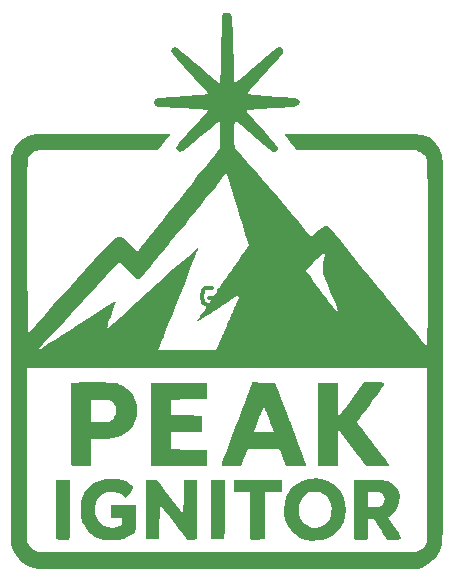
<source format=gto>
%TF.GenerationSoftware,KiCad,Pcbnew,9.0.6*%
%TF.CreationDate,2025-12-09T13:46:12+01:00*%
%TF.ProjectId,front,66726f6e-742e-46b6-9963-61645f706362,rev?*%
%TF.SameCoordinates,Original*%
%TF.FileFunction,Legend,Top*%
%TF.FilePolarity,Positive*%
%FSLAX46Y46*%
G04 Gerber Fmt 4.6, Leading zero omitted, Abs format (unit mm)*
G04 Created by KiCad (PCBNEW 9.0.6) date 2025-12-09 13:46:12*
%MOMM*%
%LPD*%
G01*
G04 APERTURE LIST*
%ADD10C,0.300000*%
%ADD11C,0.000000*%
G04 APERTURE END LIST*
D10*
X222678572Y-40249757D02*
X222535715Y-40178328D01*
X222535715Y-40178328D02*
X222321429Y-40178328D01*
X222321429Y-40178328D02*
X222107143Y-40249757D01*
X222107143Y-40249757D02*
X221964286Y-40392614D01*
X221964286Y-40392614D02*
X221892857Y-40535471D01*
X221892857Y-40535471D02*
X221821429Y-40821185D01*
X221821429Y-40821185D02*
X221821429Y-41035471D01*
X221821429Y-41035471D02*
X221892857Y-41321185D01*
X221892857Y-41321185D02*
X221964286Y-41464042D01*
X221964286Y-41464042D02*
X222107143Y-41606900D01*
X222107143Y-41606900D02*
X222321429Y-41678328D01*
X222321429Y-41678328D02*
X222464286Y-41678328D01*
X222464286Y-41678328D02*
X222678572Y-41606900D01*
X222678572Y-41606900D02*
X222750000Y-41535471D01*
X222750000Y-41535471D02*
X222750000Y-41035471D01*
X222750000Y-41035471D02*
X222464286Y-41035471D01*
X223607143Y-40178328D02*
X223607143Y-40535471D01*
X223250000Y-40392614D02*
X223607143Y-40535471D01*
X223607143Y-40535471D02*
X223964286Y-40392614D01*
X223392857Y-40821185D02*
X223607143Y-40535471D01*
X223607143Y-40535471D02*
X223821429Y-40821185D01*
X224750000Y-40178328D02*
X224750000Y-40535471D01*
X224392857Y-40392614D02*
X224750000Y-40535471D01*
X224750000Y-40535471D02*
X225107143Y-40392614D01*
X224535714Y-40821185D02*
X224750000Y-40535471D01*
X224750000Y-40535471D02*
X224964286Y-40821185D01*
X225892857Y-40178328D02*
X225892857Y-40535471D01*
X225535714Y-40392614D02*
X225892857Y-40535471D01*
X225892857Y-40535471D02*
X226250000Y-40392614D01*
X225678571Y-40821185D02*
X225892857Y-40535471D01*
X225892857Y-40535471D02*
X226107143Y-40821185D01*
D11*
%TO.C,G\u002A\u002A\u002A*%
G36*
X223760517Y-58835658D02*
G01*
X223760583Y-59335237D01*
X223759686Y-59805733D01*
X223757918Y-60235329D01*
X223755372Y-60612207D01*
X223752139Y-60924549D01*
X223748311Y-61160538D01*
X223743980Y-61308357D01*
X223740955Y-61351442D01*
X223718716Y-61502966D01*
X223159250Y-61502966D01*
X222599783Y-61502966D01*
X222613769Y-58987182D01*
X222627754Y-56471398D01*
X223192796Y-56471398D01*
X223757839Y-56471398D01*
X223760517Y-58835658D01*
G37*
G36*
X210641316Y-58987182D02*
G01*
X210644146Y-59595238D01*
X210645181Y-60103357D01*
X210644257Y-60519219D01*
X210641211Y-60850501D01*
X210635879Y-61104884D01*
X210628096Y-61290044D01*
X210617699Y-61413661D01*
X210604523Y-61483413D01*
X210588405Y-61506979D01*
X210587502Y-61507083D01*
X210471606Y-61517001D01*
X210438983Y-61520537D01*
X210349763Y-61523074D01*
X210184476Y-61521523D01*
X209974590Y-61516263D01*
X209913770Y-61514234D01*
X209469277Y-61498596D01*
X209483262Y-58984997D01*
X209497246Y-56471398D01*
X210062288Y-56471398D01*
X210627330Y-56471398D01*
X210641316Y-58987182D01*
G37*
G36*
X228617129Y-56874366D02*
G01*
X228627270Y-57128063D01*
X228623476Y-57305030D01*
X228589908Y-57419034D01*
X228510730Y-57483844D01*
X228370104Y-57513228D01*
X228152192Y-57520951D01*
X227873551Y-57520763D01*
X227175000Y-57520763D01*
X227175000Y-59507448D01*
X227175000Y-61494134D01*
X226811758Y-61512003D01*
X226575345Y-61519032D01*
X226338404Y-61518778D01*
X226192902Y-61513471D01*
X225937288Y-61497069D01*
X225937288Y-59508916D01*
X225937288Y-57520763D01*
X225235763Y-57520763D01*
X224534238Y-57520763D01*
X224549640Y-56996080D01*
X224565042Y-56471398D01*
X226583051Y-56471398D01*
X228601059Y-56471398D01*
X228617129Y-56874366D01*
G37*
G36*
X222304873Y-48937500D02*
G01*
X222304873Y-49637076D01*
X220756083Y-49651357D01*
X219207294Y-49665639D01*
X219222397Y-50324027D01*
X219237500Y-50982415D01*
X220555932Y-51009322D01*
X221874364Y-51036229D01*
X221874364Y-51708898D01*
X221874364Y-52381568D01*
X220540966Y-52395964D01*
X219207568Y-52410361D01*
X219222534Y-53149354D01*
X219237500Y-53888347D01*
X220771186Y-53915254D01*
X222304873Y-53942161D01*
X222304873Y-54614830D01*
X222304873Y-55287500D01*
X219922149Y-55301514D01*
X219329409Y-55304396D01*
X218836377Y-55305332D01*
X218435148Y-55304148D01*
X218117818Y-55300665D01*
X217876483Y-55294709D01*
X217703237Y-55286100D01*
X217590176Y-55274665D01*
X217529395Y-55260225D01*
X217513501Y-55247701D01*
X217509220Y-55183403D01*
X217505583Y-55020685D01*
X217502622Y-54768754D01*
X217500368Y-54436814D01*
X217498852Y-54034073D01*
X217498106Y-53569734D01*
X217498161Y-53053005D01*
X217499047Y-52493091D01*
X217500796Y-51899198D01*
X217501522Y-51708898D01*
X217515466Y-48237924D01*
X219910169Y-48237924D01*
X222304873Y-48237924D01*
X222304873Y-48937500D01*
G37*
G36*
X218255684Y-56745728D02*
G01*
X218383200Y-56913496D01*
X218552259Y-57135377D01*
X218738968Y-57380035D01*
X218887712Y-57574664D01*
X219080536Y-57826842D01*
X219310376Y-58127530D01*
X219548932Y-58439700D01*
X219767901Y-58726320D01*
X219775635Y-58736446D01*
X220259958Y-59370529D01*
X220286864Y-57920963D01*
X220313771Y-56471398D01*
X220878813Y-56471398D01*
X221443856Y-56471398D01*
X221457859Y-58943582D01*
X221459943Y-59499007D01*
X221459722Y-60002685D01*
X221457316Y-60446045D01*
X221452845Y-60820516D01*
X221446431Y-61117528D01*
X221438193Y-61328510D01*
X221428251Y-61444892D01*
X221422463Y-61465164D01*
X221346140Y-61494996D01*
X221196653Y-61523402D01*
X221031765Y-61541875D01*
X220829371Y-61551729D01*
X220699341Y-61537714D01*
X220608006Y-61494431D01*
X220576011Y-61468810D01*
X220501060Y-61389004D01*
X220378034Y-61242643D01*
X220223094Y-61049529D01*
X220052400Y-60829464D01*
X220026771Y-60795795D01*
X219836290Y-60546019D01*
X219603909Y-60242983D01*
X219353931Y-59918285D01*
X219110656Y-59603525D01*
X219011141Y-59475213D01*
X218815079Y-59221923D01*
X218636386Y-58989539D01*
X218487976Y-58794975D01*
X218382762Y-58655143D01*
X218338945Y-58594884D01*
X218312301Y-58561087D01*
X218291367Y-58552926D01*
X218275427Y-58580955D01*
X218263765Y-58655728D01*
X218255665Y-58787799D01*
X218250411Y-58987722D01*
X218247287Y-59266052D01*
X218245575Y-59633342D01*
X218244772Y-59982733D01*
X218241949Y-61502966D01*
X217676907Y-61502966D01*
X217111864Y-61502966D01*
X217111864Y-58973729D01*
X217111864Y-56444491D01*
X217569562Y-56444491D01*
X218027259Y-56444491D01*
X218255684Y-56745728D01*
G37*
G36*
X231881688Y-56386271D02*
G01*
X232024785Y-56414267D01*
X232532715Y-56571335D01*
X232972857Y-56809795D01*
X233340970Y-57124176D01*
X233632813Y-57509007D01*
X233844146Y-57958814D01*
X233970727Y-58468126D01*
X234008683Y-58973900D01*
X233964856Y-59531000D01*
X233831160Y-60029243D01*
X233606732Y-60470282D01*
X233290706Y-60855772D01*
X232882221Y-61187367D01*
X232837450Y-61216853D01*
X232485297Y-61392979D01*
X232067455Y-61519125D01*
X231615779Y-61590798D01*
X231162122Y-61603507D01*
X230738336Y-61552761D01*
X230633304Y-61527635D01*
X230136326Y-61343934D01*
X229712064Y-61082509D01*
X229363781Y-60747851D01*
X229094735Y-60344450D01*
X228908189Y-59876798D01*
X228807402Y-59349386D01*
X228790043Y-59000635D01*
X230054025Y-59000635D01*
X230057661Y-59245237D01*
X230073528Y-59418469D01*
X230109071Y-59556485D01*
X230171733Y-59695434D01*
X230212719Y-59771437D01*
X230436513Y-60081225D01*
X230717089Y-60317467D01*
X231011542Y-60456366D01*
X231281711Y-60518360D01*
X231534779Y-60519410D01*
X231820818Y-60459110D01*
X231853623Y-60449554D01*
X232170793Y-60301513D01*
X232439701Y-60069236D01*
X232641879Y-59771908D01*
X232733847Y-59535206D01*
X232806687Y-59199429D01*
X232817130Y-58899814D01*
X232765352Y-58584953D01*
X232737414Y-58478779D01*
X232600523Y-58160219D01*
X232387819Y-57869642D01*
X232125442Y-57639524D01*
X232003633Y-57567134D01*
X231801863Y-57499799D01*
X231543904Y-57461446D01*
X231274335Y-57454487D01*
X231037733Y-57481334D01*
X230941949Y-57509687D01*
X230629057Y-57688984D01*
X230365406Y-57944377D01*
X230197327Y-58210617D01*
X230124290Y-58383605D01*
X230080810Y-58543950D01*
X230059767Y-58730916D01*
X230054038Y-58983768D01*
X230054025Y-59000635D01*
X228790043Y-59000635D01*
X228789407Y-58987865D01*
X228836514Y-58436031D01*
X228974394Y-57934458D01*
X229197886Y-57489718D01*
X229501829Y-57108384D01*
X229881061Y-56797029D01*
X230330422Y-56562223D01*
X230807415Y-56418172D01*
X231188532Y-56355732D01*
X231528826Y-56345155D01*
X231881688Y-56386271D01*
G37*
G36*
X214688166Y-56400189D02*
G01*
X215137053Y-56512638D01*
X215541567Y-56684933D01*
X215860699Y-56898377D01*
X215968917Y-57003556D01*
X216029454Y-57089291D01*
X216034190Y-57108491D01*
X216002872Y-57176112D01*
X215919862Y-57306637D01*
X215799636Y-57478087D01*
X215719335Y-57586588D01*
X215405882Y-58002201D01*
X215289439Y-57878253D01*
X215059118Y-57701306D01*
X214759657Y-57569214D01*
X214422454Y-57488427D01*
X214078911Y-57465392D01*
X213760428Y-57506560D01*
X213649618Y-57541476D01*
X213379128Y-57694087D01*
X213131285Y-57924930D01*
X212936260Y-58204876D01*
X212910727Y-58254846D01*
X212835805Y-58488162D01*
X212794995Y-58782940D01*
X212789943Y-59098031D01*
X212822295Y-59392284D01*
X212859367Y-59538771D01*
X213026886Y-59891597D01*
X213264615Y-60170993D01*
X213559177Y-60371329D01*
X213897198Y-60486979D01*
X214265302Y-60512312D01*
X214650113Y-60441702D01*
X214838241Y-60371460D01*
X215066949Y-60271306D01*
X215066949Y-59972305D01*
X215066949Y-59673305D01*
X214616532Y-59673305D01*
X214166116Y-59673305D01*
X214140212Y-59443491D01*
X214129987Y-59252992D01*
X214132784Y-59023521D01*
X214139972Y-58904218D01*
X214165635Y-58594757D01*
X215194788Y-58609349D01*
X216223941Y-58623941D01*
X216223941Y-59738287D01*
X216224938Y-60115386D01*
X216223982Y-60401317D01*
X216215151Y-60612466D01*
X216192524Y-60765218D01*
X216150181Y-60875959D01*
X216082198Y-60961074D01*
X215982656Y-61036950D01*
X215845633Y-61119972D01*
X215691969Y-61210379D01*
X215471569Y-61326847D01*
X215230864Y-61430406D01*
X215073113Y-61483471D01*
X214879903Y-61522250D01*
X214622984Y-61554669D01*
X214335731Y-61578607D01*
X214051521Y-61591942D01*
X213803727Y-61592555D01*
X213625726Y-61578324D01*
X213613983Y-61576187D01*
X213202891Y-61454933D01*
X212796389Y-61261468D01*
X212429566Y-61015415D01*
X212160879Y-60763554D01*
X211897762Y-60399837D01*
X211713383Y-59990646D01*
X211603727Y-59523434D01*
X211564775Y-58985654D01*
X211564757Y-58901279D01*
X211614900Y-58346319D01*
X211753869Y-57850767D01*
X211978332Y-57418441D01*
X212284954Y-57053157D01*
X212670404Y-56758733D01*
X213131349Y-56538986D01*
X213664454Y-56397734D01*
X213764884Y-56381375D01*
X214221808Y-56354223D01*
X214688166Y-56400189D01*
G37*
G36*
X236468907Y-56473553D02*
G01*
X236845029Y-56482041D01*
X237144003Y-56499899D01*
X237381044Y-56530162D01*
X237571365Y-56575868D01*
X237730183Y-56640053D01*
X237872710Y-56725752D01*
X238014162Y-56836003D01*
X238070218Y-56884458D01*
X238329404Y-57167151D01*
X238491926Y-57481418D01*
X238568176Y-57847747D01*
X238570094Y-57870081D01*
X238563153Y-58320548D01*
X238466718Y-58715560D01*
X238282261Y-59051816D01*
X238011256Y-59326015D01*
X237880355Y-59416706D01*
X237737707Y-59509474D01*
X237641325Y-59579988D01*
X237614830Y-59607730D01*
X237639450Y-59667740D01*
X237715024Y-59798740D01*
X237844127Y-60004818D01*
X238029332Y-60290064D01*
X238273214Y-60658568D01*
X238328090Y-60740870D01*
X238488491Y-60984449D01*
X238623280Y-61195409D01*
X238722908Y-61358287D01*
X238777828Y-61457622D01*
X238785033Y-61480786D01*
X238725705Y-61491029D01*
X238580740Y-61502440D01*
X238372097Y-61513608D01*
X238128403Y-61522917D01*
X237493911Y-61542910D01*
X237310131Y-61240417D01*
X237202177Y-61061248D01*
X237061716Y-60826069D01*
X236910697Y-60571702D01*
X236825038Y-60426695D01*
X236696158Y-60211638D01*
X236581496Y-60026866D01*
X236495284Y-59894930D01*
X236456704Y-59842950D01*
X236364991Y-59795804D01*
X236212363Y-59761931D01*
X236141240Y-59754797D01*
X235892796Y-59739159D01*
X235892796Y-60613748D01*
X235892796Y-61488337D01*
X235643125Y-61522558D01*
X235473951Y-61541302D01*
X235340284Y-61548423D01*
X235306790Y-61547080D01*
X235202805Y-61537160D01*
X235040981Y-61523389D01*
X234963982Y-61517203D01*
X234707838Y-61497026D01*
X234721821Y-58984212D01*
X234723077Y-58758474D01*
X235889381Y-58758474D01*
X236361957Y-58757681D01*
X236602917Y-58749635D01*
X236807923Y-58728714D01*
X236944963Y-58698496D01*
X236963880Y-58690414D01*
X237151206Y-58542642D01*
X237270391Y-58343342D01*
X237316781Y-58119592D01*
X237285725Y-57898471D01*
X237172568Y-57707056D01*
X237138588Y-57673746D01*
X237004114Y-57580489D01*
X236834604Y-57523710D01*
X236637215Y-57493999D01*
X236421604Y-57477201D01*
X236219194Y-57471567D01*
X236108051Y-57475782D01*
X235919703Y-57493856D01*
X235904542Y-58126165D01*
X235889381Y-58758474D01*
X234723077Y-58758474D01*
X234735805Y-56471398D01*
X236000424Y-56471398D01*
X236468907Y-56473553D01*
G37*
G36*
X236782820Y-48211911D02*
G01*
X237029018Y-48218860D01*
X237188338Y-48238264D01*
X237271154Y-48276523D01*
X237287840Y-48340037D01*
X237248771Y-48435205D01*
X237164321Y-48568429D01*
X237121497Y-48631829D01*
X237038809Y-48748947D01*
X236901847Y-48937152D01*
X236721503Y-49181876D01*
X236508672Y-49468552D01*
X236274244Y-49782610D01*
X236029113Y-50109483D01*
X235784171Y-50434602D01*
X235550311Y-50743400D01*
X235338425Y-51021307D01*
X235209679Y-51188798D01*
X234925665Y-51556622D01*
X235072896Y-51753045D01*
X235146486Y-51849726D01*
X235275148Y-52017172D01*
X235447909Y-52241170D01*
X235653796Y-52507504D01*
X235881836Y-52801960D01*
X236056012Y-53026534D01*
X236434303Y-53514308D01*
X236751457Y-53924209D01*
X237012590Y-54263187D01*
X237222815Y-54538191D01*
X237387246Y-54756168D01*
X237510999Y-54924068D01*
X237599186Y-55048839D01*
X237656923Y-55137429D01*
X237689324Y-55196787D01*
X237701503Y-55233862D01*
X237698574Y-55255602D01*
X237697729Y-55257069D01*
X237628665Y-55280245D01*
X237456519Y-55297650D01*
X237185695Y-55309031D01*
X236820595Y-55314136D01*
X236699152Y-55314407D01*
X235736012Y-55314407D01*
X235278296Y-54709004D01*
X235100870Y-54473484D01*
X234878128Y-54176517D01*
X234628803Y-53843152D01*
X234371627Y-53498438D01*
X234125331Y-53167425D01*
X234105524Y-53140757D01*
X233390466Y-52177913D01*
X233363559Y-53732706D01*
X233336652Y-55287500D01*
X232514847Y-55302361D01*
X232181017Y-55306175D01*
X231941914Y-55303136D01*
X231784811Y-55292439D01*
X231696978Y-55273274D01*
X231666793Y-55248548D01*
X231662454Y-55184100D01*
X231658764Y-55021235D01*
X231655754Y-54769163D01*
X231653455Y-54437091D01*
X231651901Y-54034229D01*
X231651122Y-53569785D01*
X231651152Y-53052969D01*
X231652022Y-52492987D01*
X231653764Y-51899051D01*
X231654488Y-51708898D01*
X231668432Y-48237924D01*
X232502542Y-48237924D01*
X233336652Y-48237924D01*
X233350999Y-49650530D01*
X233356267Y-50027611D01*
X233363763Y-50366575D01*
X233372951Y-50653390D01*
X233383296Y-50874026D01*
X233394262Y-51014453D01*
X233404813Y-51060783D01*
X233445455Y-51018758D01*
X233542639Y-50900558D01*
X233688524Y-50716253D01*
X233875266Y-50475913D01*
X234095021Y-50189608D01*
X234339948Y-49867407D01*
X234515535Y-49634724D01*
X235586791Y-48211017D01*
X236439370Y-48211017D01*
X236782820Y-48211911D01*
G37*
G36*
X213091711Y-48212113D02*
G01*
X213530230Y-48216372D01*
X213888120Y-48225247D01*
X214178871Y-48240192D01*
X214415975Y-48262661D01*
X214612924Y-48294108D01*
X214783210Y-48335986D01*
X214940325Y-48389751D01*
X215097760Y-48456856D01*
X215174576Y-48492878D01*
X215335408Y-48590696D01*
X215527468Y-48737447D01*
X215710093Y-48901968D01*
X215715776Y-48907627D01*
X215996576Y-49261349D01*
X216195967Y-49668189D01*
X216313867Y-50110766D01*
X216350189Y-50571700D01*
X216304852Y-51033610D01*
X216177769Y-51479115D01*
X215968858Y-51890835D01*
X215731700Y-52196119D01*
X215491215Y-52428507D01*
X215242662Y-52611870D01*
X214969030Y-52752040D01*
X214653309Y-52854851D01*
X214278489Y-52926137D01*
X213827559Y-52971731D01*
X213406920Y-52993400D01*
X212473373Y-53027330D01*
X212465182Y-54157415D01*
X212456991Y-55287500D01*
X211642617Y-55302321D01*
X211325670Y-55306779D01*
X211100209Y-55305851D01*
X210950168Y-55298179D01*
X210859480Y-55282404D01*
X210812079Y-55257167D01*
X210795053Y-55230653D01*
X210788670Y-55161172D01*
X210782981Y-54995290D01*
X210777987Y-54744231D01*
X210773689Y-54419216D01*
X210770089Y-54031468D01*
X210767186Y-53592212D01*
X210764981Y-53112670D01*
X210763476Y-52604064D01*
X210762672Y-52077618D01*
X210762569Y-51544555D01*
X210763168Y-51016097D01*
X210764232Y-50596751D01*
X210764469Y-50503469D01*
X210766475Y-50017892D01*
X210768619Y-49663983D01*
X212430085Y-49663983D01*
X212430085Y-50596751D01*
X212432060Y-50903269D01*
X212437536Y-51171638D01*
X212445839Y-51383654D01*
X212456294Y-51521116D01*
X212465960Y-51565395D01*
X212540770Y-51586384D01*
X212698063Y-51599127D01*
X212913057Y-51604218D01*
X213160973Y-51602249D01*
X213417029Y-51593813D01*
X213656445Y-51579501D01*
X213854439Y-51559906D01*
X213986231Y-51535620D01*
X214006700Y-51528567D01*
X214201594Y-51405185D01*
X214380631Y-51220588D01*
X214512466Y-51011960D01*
X214559686Y-50872577D01*
X214578958Y-50579977D01*
X214535194Y-50295871D01*
X214435321Y-50061653D01*
X214420221Y-50039322D01*
X214299682Y-49900050D01*
X214153934Y-49798501D01*
X213965290Y-49729491D01*
X213716063Y-49687841D01*
X213388565Y-49668367D01*
X213143114Y-49665165D01*
X212430085Y-49663983D01*
X210768619Y-49663983D01*
X210769185Y-49570589D01*
X210772600Y-49172784D01*
X210776722Y-48835700D01*
X210781551Y-48570560D01*
X210787088Y-48388586D01*
X210793334Y-48301001D01*
X210794529Y-48296138D01*
X210813619Y-48272447D01*
X210857973Y-48253537D01*
X210938443Y-48238886D01*
X211065880Y-48227968D01*
X211251134Y-48220262D01*
X211505058Y-48215244D01*
X211838503Y-48212389D01*
X212262320Y-48211175D01*
X212559070Y-48211017D01*
X213091711Y-48212113D01*
G37*
G36*
X227078801Y-48223278D02*
G01*
X228047514Y-48237924D01*
X228447743Y-49287288D01*
X228572624Y-49614861D01*
X228688653Y-49919487D01*
X228788801Y-50182693D01*
X228866042Y-50386009D01*
X228913348Y-50510962D01*
X228918627Y-50525000D01*
X228959625Y-50633499D01*
X229031678Y-50823372D01*
X229127492Y-51075433D01*
X229239773Y-51370493D01*
X229361227Y-51689363D01*
X229368671Y-51708898D01*
X229644100Y-52432530D01*
X229882530Y-53060955D01*
X230085854Y-53599324D01*
X230255965Y-54052783D01*
X230394755Y-54426483D01*
X230504118Y-54725571D01*
X230585946Y-54955197D01*
X230642133Y-55120508D01*
X230674570Y-55226653D01*
X230685152Y-55278781D01*
X230683672Y-55285678D01*
X230622704Y-55295486D01*
X230473097Y-55303854D01*
X230253837Y-55310160D01*
X229983909Y-55313781D01*
X229807606Y-55314407D01*
X228960269Y-55314407D01*
X228789529Y-54870445D01*
X228695339Y-54624977D01*
X228600689Y-54377399D01*
X228523383Y-54174304D01*
X228511542Y-54143047D01*
X228404294Y-53859610D01*
X227057707Y-53873979D01*
X225711119Y-53888347D01*
X225431188Y-54587924D01*
X225151256Y-55287500D01*
X224337496Y-55302333D01*
X224052500Y-55304485D01*
X223807080Y-55300572D01*
X223620656Y-55291357D01*
X223512653Y-55277602D01*
X223494116Y-55269242D01*
X223497487Y-55233316D01*
X223522058Y-55144485D01*
X223569370Y-54998568D01*
X223640962Y-54791382D01*
X223738373Y-54518743D01*
X223863142Y-54176470D01*
X224016808Y-53760378D01*
X224200911Y-53266285D01*
X224416989Y-52690008D01*
X224545076Y-52349951D01*
X226272465Y-52349951D01*
X226297809Y-52375302D01*
X226366501Y-52392089D01*
X226493497Y-52402047D01*
X226693754Y-52406911D01*
X226982229Y-52408418D01*
X227087218Y-52408474D01*
X227926819Y-52408474D01*
X227826566Y-52152860D01*
X227773652Y-52014604D01*
X227692736Y-51799066D01*
X227592693Y-51530078D01*
X227482402Y-51231468D01*
X227414913Y-51047757D01*
X227310116Y-50770727D01*
X227215287Y-50536560D01*
X227137233Y-50360780D01*
X227082762Y-50258913D01*
X227061038Y-50240742D01*
X227032980Y-50298926D01*
X226974993Y-50439595D01*
X226894120Y-50644154D01*
X226797405Y-50894011D01*
X226691892Y-51170572D01*
X226584623Y-51455245D01*
X226482644Y-51729436D01*
X226392997Y-51974551D01*
X226322726Y-52171998D01*
X226278874Y-52303184D01*
X226275511Y-52314301D01*
X226272465Y-52349951D01*
X224545076Y-52349951D01*
X224666583Y-52027365D01*
X224951230Y-51274173D01*
X225272471Y-50426248D01*
X225398324Y-50094491D01*
X225548812Y-49697758D01*
X225689052Y-49327742D01*
X225813920Y-48997983D01*
X225918295Y-48722020D01*
X225997055Y-48513390D01*
X226045076Y-48385633D01*
X226055410Y-48357812D01*
X226110088Y-48208633D01*
X227078801Y-48223278D01*
G37*
G36*
X224247244Y-16970154D02*
G01*
X224307794Y-16987403D01*
X224335127Y-17058521D01*
X224362131Y-17233326D01*
X224388581Y-17507879D01*
X224414255Y-17878239D01*
X224438926Y-18340467D01*
X224462372Y-18890622D01*
X224484368Y-19524765D01*
X224504690Y-20238956D01*
X224513681Y-20604661D01*
X224523493Y-21001443D01*
X224533576Y-21369945D01*
X224543420Y-21694365D01*
X224552516Y-21958899D01*
X224560356Y-22147744D01*
X224566430Y-22245096D01*
X224566527Y-22245974D01*
X224579143Y-22406567D01*
X224587439Y-22600181D01*
X224588317Y-22642312D01*
X224591949Y-22877209D01*
X224729965Y-22786777D01*
X224803562Y-22730217D01*
X224947481Y-22612282D01*
X225150805Y-22442188D01*
X225402616Y-22229152D01*
X225691994Y-21982392D01*
X226008022Y-21711125D01*
X226187496Y-21556329D01*
X226650071Y-21157045D01*
X227038628Y-20822751D01*
X227360305Y-20547742D01*
X227622239Y-20326315D01*
X227831567Y-20152766D01*
X227995426Y-20021393D01*
X228120955Y-19926492D01*
X228215290Y-19862360D01*
X228285568Y-19823292D01*
X228338928Y-19803587D01*
X228382506Y-19797539D01*
X228388586Y-19797457D01*
X228544642Y-19844451D01*
X228671886Y-19961616D01*
X228734092Y-20113226D01*
X228735593Y-20139672D01*
X228730027Y-20192457D01*
X228708725Y-20253522D01*
X228664782Y-20331341D01*
X228591295Y-20434391D01*
X228481359Y-20571144D01*
X228328069Y-20750078D01*
X228124521Y-20979665D01*
X227863811Y-21268382D01*
X227539033Y-21624703D01*
X227417161Y-21757978D01*
X226990218Y-22225972D01*
X226632765Y-22620960D01*
X226340372Y-22948161D01*
X226108605Y-23212792D01*
X225933033Y-23420072D01*
X225809225Y-23575220D01*
X225732749Y-23683453D01*
X225699172Y-23749992D01*
X225701539Y-23778149D01*
X225734631Y-23793031D01*
X225808264Y-23809031D01*
X225930148Y-23826877D01*
X226107989Y-23847299D01*
X226349498Y-23871024D01*
X226662383Y-23898780D01*
X227054352Y-23931296D01*
X227533115Y-23969300D01*
X228106381Y-24013521D01*
X228546674Y-24046951D01*
X228960717Y-24078482D01*
X229280961Y-24104238D01*
X229520934Y-24126480D01*
X229694166Y-24147468D01*
X229814184Y-24169461D01*
X229894516Y-24194721D01*
X229948691Y-24225506D01*
X229990236Y-24264077D01*
X230015047Y-24292267D01*
X230099782Y-24453187D01*
X230087121Y-24607951D01*
X229986918Y-24741398D01*
X229809025Y-24838368D01*
X229634651Y-24877547D01*
X229527748Y-24887254D01*
X229327744Y-24902233D01*
X229048984Y-24921531D01*
X228705813Y-24944195D01*
X228312576Y-24969273D01*
X227883620Y-24995812D01*
X227559813Y-25015342D01*
X227122389Y-25042459D01*
X226717728Y-25069498D01*
X226358742Y-25095445D01*
X226058343Y-25119288D01*
X225829444Y-25140013D01*
X225684958Y-25156606D01*
X225639072Y-25166080D01*
X225635827Y-25207334D01*
X225690073Y-25300850D01*
X225806307Y-25452445D01*
X225989029Y-25667939D01*
X226242737Y-25953148D01*
X226276716Y-25990733D01*
X226759252Y-26526095D01*
X227179378Y-26997150D01*
X227535295Y-27401795D01*
X227825201Y-27737931D01*
X228047295Y-28003453D01*
X228199778Y-28196262D01*
X228280847Y-28314255D01*
X228294180Y-28345330D01*
X228271600Y-28490142D01*
X228173045Y-28603341D01*
X228028746Y-28670751D01*
X227868934Y-28678197D01*
X227724806Y-28612322D01*
X227656310Y-28554805D01*
X227519514Y-28440079D01*
X227328620Y-28280050D01*
X227097829Y-28086623D01*
X226841345Y-27871703D01*
X226802017Y-27838752D01*
X226495233Y-27580834D01*
X226167266Y-27303609D01*
X225845645Y-27030446D01*
X225557897Y-26784710D01*
X225375958Y-26628217D01*
X225157355Y-26442350D01*
X224961300Y-26281316D01*
X224804977Y-26158813D01*
X224705570Y-26088540D01*
X224686123Y-26078317D01*
X224653104Y-26072886D01*
X224628608Y-26093858D01*
X224611197Y-26154894D01*
X224599434Y-26269658D01*
X224591881Y-26451813D01*
X224587100Y-26715022D01*
X224583834Y-27050524D01*
X224580293Y-27452750D01*
X224579164Y-27763085D01*
X224583724Y-27997261D01*
X224597255Y-28171009D01*
X224623036Y-28300063D01*
X224664346Y-28400154D01*
X224724465Y-28487014D01*
X224806673Y-28576376D01*
X224914250Y-28683972D01*
X224927042Y-28696859D01*
X225037314Y-28813468D01*
X225207661Y-29000372D01*
X225428093Y-29246171D01*
X225688619Y-29539463D01*
X225979246Y-29868847D01*
X226289986Y-30222922D01*
X226610845Y-30590287D01*
X226931834Y-30959542D01*
X227242961Y-31319284D01*
X227534236Y-31658113D01*
X227795667Y-31964628D01*
X227933007Y-32127053D01*
X228286700Y-32547228D01*
X228649063Y-32978005D01*
X229012584Y-33410430D01*
X229369751Y-33835548D01*
X229713051Y-34244407D01*
X230034973Y-34628052D01*
X230328004Y-34977530D01*
X230584633Y-35283887D01*
X230797346Y-35538169D01*
X230958632Y-35731422D01*
X231060978Y-35854694D01*
X231082864Y-35881338D01*
X231126326Y-35855571D01*
X231230824Y-35769864D01*
X231379501Y-35638546D01*
X231514002Y-35514876D01*
X231767213Y-35286366D01*
X231965371Y-35129099D01*
X232124766Y-35033731D01*
X232261685Y-34990917D01*
X232392414Y-34991313D01*
X232418933Y-34995696D01*
X232484933Y-35010941D01*
X232547614Y-35036409D01*
X232615795Y-35081432D01*
X232698296Y-35155342D01*
X232803938Y-35267471D01*
X232941540Y-35427150D01*
X233119923Y-35643712D01*
X233347904Y-35926489D01*
X233618023Y-36264407D01*
X234217210Y-37012441D01*
X234826914Y-37768349D01*
X235422785Y-38502053D01*
X235980470Y-39183474D01*
X236037887Y-39253276D01*
X236325184Y-39602913D01*
X236665420Y-40017891D01*
X237043710Y-40479984D01*
X237445168Y-40970968D01*
X237854909Y-41472616D01*
X238258047Y-41966704D01*
X238639697Y-42435005D01*
X238984973Y-42859294D01*
X239278990Y-43221345D01*
X239309958Y-43259542D01*
X239669421Y-43702606D01*
X239967553Y-44068903D01*
X240210450Y-44365550D01*
X240404211Y-44599665D01*
X240554934Y-44778367D01*
X240668716Y-44908773D01*
X240751657Y-44998002D01*
X240809853Y-45053170D01*
X240849402Y-45081397D01*
X240876403Y-45089801D01*
X240877967Y-45089830D01*
X240888234Y-45076289D01*
X240897531Y-45032470D01*
X240905903Y-44953582D01*
X240913394Y-44834832D01*
X240920051Y-44671428D01*
X240925917Y-44458578D01*
X240931040Y-44191491D01*
X240935463Y-43865373D01*
X240939232Y-43475434D01*
X240942392Y-43016881D01*
X240944989Y-42484921D01*
X240947068Y-41874764D01*
X240948673Y-41181616D01*
X240949851Y-40400685D01*
X240950646Y-39527181D01*
X240951103Y-38556309D01*
X240951269Y-37483280D01*
X240951271Y-37323357D01*
X240951403Y-36231126D01*
X240951635Y-35241288D01*
X240951719Y-34348609D01*
X240951410Y-33547856D01*
X240950459Y-32833796D01*
X240948621Y-32201195D01*
X240945649Y-31644819D01*
X240941295Y-31159436D01*
X240935313Y-30739811D01*
X240927457Y-30380711D01*
X240917479Y-30076903D01*
X240905133Y-29823153D01*
X240890171Y-29614227D01*
X240872347Y-29444892D01*
X240851415Y-29309915D01*
X240827127Y-29204062D01*
X240799236Y-29122100D01*
X240767497Y-29058794D01*
X240731661Y-29008912D01*
X240691483Y-28967221D01*
X240646715Y-28928485D01*
X240597110Y-28887473D01*
X240551571Y-28847477D01*
X240326793Y-28679518D01*
X240078873Y-28583646D01*
X240030859Y-28572467D01*
X239941083Y-28560676D01*
X239785119Y-28550358D01*
X239558767Y-28541467D01*
X239257826Y-28533959D01*
X238878097Y-28527786D01*
X238415378Y-28522903D01*
X237865471Y-28519266D01*
X237224173Y-28516827D01*
X236487287Y-28515541D01*
X235650610Y-28515364D01*
X234843432Y-28516068D01*
X234125972Y-28516953D01*
X233438798Y-28517725D01*
X232789592Y-28518378D01*
X232186035Y-28518910D01*
X231635809Y-28519315D01*
X231146596Y-28519589D01*
X230726079Y-28519729D01*
X230381938Y-28519729D01*
X230121857Y-28519586D01*
X229953516Y-28519295D01*
X229884598Y-28518852D01*
X229883714Y-28518816D01*
X229821905Y-28476250D01*
X229722297Y-28368644D01*
X229616490Y-28232733D01*
X229478746Y-28047303D01*
X229308138Y-27824362D01*
X229139822Y-27609805D01*
X229127585Y-27594472D01*
X228998051Y-27428624D01*
X228899420Y-27295105D01*
X228847462Y-27215551D01*
X228843220Y-27204324D01*
X228895864Y-27199642D01*
X229049113Y-27195147D01*
X229295946Y-27190883D01*
X229629343Y-27186893D01*
X230042281Y-27183218D01*
X230527740Y-27179901D01*
X231078699Y-27176986D01*
X231688135Y-27174514D01*
X232349029Y-27172529D01*
X233054358Y-27171072D01*
X233797101Y-27170188D01*
X234509245Y-27169915D01*
X235438211Y-27169891D01*
X236265939Y-27170014D01*
X236998819Y-27170575D01*
X237643239Y-27171869D01*
X238205589Y-27174186D01*
X238692257Y-27177820D01*
X239109634Y-27183064D01*
X239464107Y-27190208D01*
X239762067Y-27199547D01*
X240009903Y-27211372D01*
X240214003Y-27225976D01*
X240380757Y-27243651D01*
X240516554Y-27264690D01*
X240627783Y-27289385D01*
X240720834Y-27318029D01*
X240802095Y-27350915D01*
X240877956Y-27388333D01*
X240954805Y-27430578D01*
X241021205Y-27467998D01*
X241359762Y-27707718D01*
X241669846Y-28021430D01*
X241930503Y-28381801D01*
X242120780Y-28761499D01*
X242195376Y-28999576D01*
X242200234Y-29073953D01*
X242204840Y-29250868D01*
X242209195Y-29525233D01*
X242213300Y-29891961D01*
X242217156Y-30345964D01*
X242220764Y-30882152D01*
X242224123Y-31495437D01*
X242227236Y-32180733D01*
X242230103Y-32932950D01*
X242232725Y-33747000D01*
X242235102Y-34617795D01*
X242237236Y-35540248D01*
X242239126Y-36509269D01*
X242240774Y-37519771D01*
X242242181Y-38566665D01*
X242243348Y-39644863D01*
X242244274Y-40749278D01*
X242244961Y-41874820D01*
X242245411Y-43016402D01*
X242245622Y-44168936D01*
X242245597Y-45327333D01*
X242245336Y-46486505D01*
X242244840Y-47641365D01*
X242244110Y-48786823D01*
X242243146Y-49917792D01*
X242241949Y-51029184D01*
X242240520Y-52115910D01*
X242238860Y-53172882D01*
X242236969Y-54195012D01*
X242234849Y-55177212D01*
X242232500Y-56114394D01*
X242229923Y-57001470D01*
X242227118Y-57833350D01*
X242224087Y-58604948D01*
X242220830Y-59311175D01*
X242217348Y-59946943D01*
X242213642Y-60507163D01*
X242209713Y-60986748D01*
X242205561Y-61380610D01*
X242201187Y-61683659D01*
X242196592Y-61890809D01*
X242191777Y-61996970D01*
X242190305Y-62008294D01*
X242031442Y-62476579D01*
X241777916Y-62902694D01*
X241437077Y-63278784D01*
X241016274Y-63596993D01*
X240522855Y-63849464D01*
X240435742Y-63883965D01*
X240117161Y-64005296D01*
X224026907Y-64015479D01*
X222440658Y-64016426D01*
X220958574Y-64017184D01*
X219577194Y-64017739D01*
X218293056Y-64018077D01*
X217102697Y-64018184D01*
X216002657Y-64018046D01*
X214989473Y-64017650D01*
X214059684Y-64016980D01*
X213209828Y-64016024D01*
X212436443Y-64014767D01*
X211736068Y-64013195D01*
X211105240Y-64011295D01*
X210540498Y-64009053D01*
X210038380Y-64006454D01*
X209595425Y-64003486D01*
X209208171Y-64000133D01*
X208873155Y-63996382D01*
X208586916Y-63992219D01*
X208345993Y-63987630D01*
X208146924Y-63982601D01*
X207986247Y-63977119D01*
X207860499Y-63971169D01*
X207766220Y-63964738D01*
X207699948Y-63957810D01*
X207658221Y-63950374D01*
X207655450Y-63949652D01*
X207148616Y-63758147D01*
X206685367Y-63473815D01*
X206369739Y-63197474D01*
X206056055Y-62819277D01*
X205839005Y-62416475D01*
X205707682Y-61968733D01*
X205706083Y-61960381D01*
X205699749Y-61896525D01*
X205693876Y-61772517D01*
X205693326Y-61753587D01*
X207021822Y-61753587D01*
X207184093Y-62016045D01*
X207355235Y-62234520D01*
X207578061Y-62398269D01*
X207634200Y-62428870D01*
X207922036Y-62579237D01*
X223954060Y-62579237D01*
X225546015Y-62579173D01*
X227033689Y-62578969D01*
X228420429Y-62578610D01*
X229709582Y-62578083D01*
X230904492Y-62577371D01*
X232008508Y-62576460D01*
X233024975Y-62575335D01*
X233957240Y-62573981D01*
X234808648Y-62572382D01*
X235582547Y-62570525D01*
X236282283Y-62568393D01*
X236911203Y-62565972D01*
X237472652Y-62563247D01*
X237969977Y-62560203D01*
X238406524Y-62556824D01*
X238785640Y-62553097D01*
X239110672Y-62549006D01*
X239384965Y-62544535D01*
X239611865Y-62539671D01*
X239794721Y-62534397D01*
X239936877Y-62528700D01*
X240041680Y-62522564D01*
X240112477Y-62515973D01*
X240152614Y-62508914D01*
X240159249Y-62506672D01*
X240440600Y-62338168D01*
X240683566Y-62097332D01*
X240805643Y-61913252D01*
X240924364Y-61691313D01*
X240924364Y-54345763D01*
X240924364Y-47000212D01*
X223973093Y-47000212D01*
X207021822Y-47000212D01*
X207021822Y-54376899D01*
X207021822Y-61753587D01*
X205693326Y-61753587D01*
X205688459Y-61585942D01*
X205683489Y-61334389D01*
X205678962Y-61015442D01*
X205674870Y-60626688D01*
X205671206Y-60165714D01*
X205667964Y-59630107D01*
X205665137Y-59017452D01*
X205662720Y-58325336D01*
X205660704Y-57551346D01*
X205659083Y-56693068D01*
X205657852Y-55748089D01*
X205657003Y-54713995D01*
X205656861Y-54376899D01*
X205656529Y-53588372D01*
X205656425Y-52368807D01*
X205656683Y-51052886D01*
X205657296Y-49638196D01*
X205658259Y-48122323D01*
X205659565Y-46502854D01*
X205660537Y-45456920D01*
X207936016Y-45456920D01*
X207955550Y-45460805D01*
X207998333Y-45446731D01*
X208073721Y-45409186D01*
X208191071Y-45342657D01*
X208359738Y-45241634D01*
X208589080Y-45100603D01*
X208888452Y-44914054D01*
X209267210Y-44676475D01*
X209362712Y-44616439D01*
X209678706Y-44417161D01*
X216627542Y-44417161D01*
X216654449Y-44444068D01*
X216681356Y-44417161D01*
X216654449Y-44390254D01*
X216627542Y-44417161D01*
X209678706Y-44417161D01*
X209987367Y-44222507D01*
X210598960Y-43834335D01*
X211215719Y-43440212D01*
X211855869Y-43028429D01*
X212537636Y-42587276D01*
X213279247Y-42105044D01*
X213775424Y-41781383D01*
X213993928Y-41640044D01*
X214190616Y-41515237D01*
X214341293Y-41422174D01*
X214413049Y-41380483D01*
X214496579Y-41342042D01*
X214522118Y-41365142D01*
X214505313Y-41469965D01*
X214500314Y-41493037D01*
X214469960Y-41600053D01*
X214409327Y-41788557D01*
X214325018Y-42038928D01*
X214223635Y-42331542D01*
X214116132Y-42634659D01*
X214009866Y-42936189D01*
X213919794Y-43201956D01*
X213851078Y-43415865D01*
X213808878Y-43561818D01*
X213798357Y-43623719D01*
X213798793Y-43624358D01*
X213856354Y-43607643D01*
X213983344Y-43519113D01*
X214173748Y-43363706D01*
X214421548Y-43146361D01*
X214720727Y-42872017D01*
X214759235Y-42836025D01*
X214972555Y-42637838D01*
X215234201Y-42397112D01*
X215512287Y-42143068D01*
X215774927Y-41904926D01*
X215796086Y-41885842D01*
X216029318Y-41675208D01*
X216317167Y-41414680D01*
X216634700Y-41126859D01*
X216956982Y-40834345D01*
X217249052Y-40568861D01*
X218135764Y-39766635D01*
X219006455Y-38987714D01*
X219846167Y-38245319D01*
X220639946Y-37552675D01*
X221372833Y-36923002D01*
X221376919Y-36919524D01*
X221460020Y-36866880D01*
X221497772Y-36865428D01*
X221492543Y-36896780D01*
X221465142Y-36982482D01*
X221414163Y-37126161D01*
X221338200Y-37331445D01*
X221235847Y-37601963D01*
X221105696Y-37941342D01*
X220946342Y-38353210D01*
X220756379Y-38841196D01*
X220534398Y-39408926D01*
X220278995Y-40060030D01*
X219988762Y-40798134D01*
X219662294Y-41626867D01*
X219298183Y-42549858D01*
X219070846Y-43125635D01*
X218901023Y-43554523D01*
X218739470Y-43960441D01*
X218591435Y-44330356D01*
X218462166Y-44651235D01*
X218356913Y-44910047D01*
X218280923Y-45093757D01*
X218241276Y-45185444D01*
X218177570Y-45333010D01*
X218139290Y-45441908D01*
X218134322Y-45468508D01*
X218187643Y-45481913D01*
X218345695Y-45492776D01*
X218605611Y-45501049D01*
X218964523Y-45506689D01*
X219419564Y-45509649D01*
X219967868Y-45509884D01*
X220592609Y-45507428D01*
X223050897Y-45493432D01*
X223287378Y-44955296D01*
X223406096Y-44681823D01*
X223528351Y-44394718D01*
X223635361Y-44138297D01*
X223679121Y-44030869D01*
X223771644Y-43804711D01*
X223865176Y-43582601D01*
X223939521Y-43412491D01*
X223939737Y-43412013D01*
X223994990Y-43286793D01*
X224082972Y-43083551D01*
X224194601Y-42823440D01*
X224320796Y-42527612D01*
X224432414Y-42264619D01*
X224565536Y-41952882D01*
X224693937Y-41657064D01*
X224808016Y-41398928D01*
X224898170Y-41200240D01*
X224948003Y-41095963D01*
X225004207Y-40985876D01*
X225046996Y-40897510D01*
X225069289Y-40834240D01*
X225064003Y-40799441D01*
X225024056Y-40796489D01*
X224942365Y-40828760D01*
X224811850Y-40899629D01*
X224625427Y-41012472D01*
X224376015Y-41170664D01*
X224056530Y-41377581D01*
X223659892Y-41636600D01*
X223246610Y-41906911D01*
X222866542Y-42153710D01*
X222509880Y-42382116D01*
X222187036Y-42585714D01*
X221908424Y-42758090D01*
X221684458Y-42892829D01*
X221525550Y-42983516D01*
X221442115Y-43023737D01*
X221432388Y-43024479D01*
X221454335Y-42975714D01*
X221528067Y-42854243D01*
X221643666Y-42675544D01*
X221791213Y-42455091D01*
X221889323Y-42311577D01*
X222065580Y-42054627D01*
X222284693Y-41733581D01*
X222529502Y-41373681D01*
X222782842Y-41000169D01*
X223027551Y-40638286D01*
X223092115Y-40542585D01*
X223349955Y-40161721D01*
X223638904Y-39737480D01*
X223936767Y-39302282D01*
X224221350Y-38888546D01*
X224354668Y-38695960D01*
X230628324Y-38695960D01*
X230655490Y-38747197D01*
X230740623Y-38874106D01*
X230876517Y-39066709D01*
X231055968Y-39315026D01*
X231271770Y-39609079D01*
X231516718Y-39938887D01*
X231757013Y-40259202D01*
X232035502Y-40628896D01*
X232303818Y-40985390D01*
X232552451Y-41316025D01*
X232771890Y-41608145D01*
X232952626Y-41849090D01*
X233085149Y-42026204D01*
X233146909Y-42109169D01*
X233281334Y-42278398D01*
X233368691Y-42360401D01*
X233405740Y-42352151D01*
X233405909Y-42351257D01*
X233390297Y-42281402D01*
X233338742Y-42124740D01*
X233255997Y-41894100D01*
X233146818Y-41602310D01*
X233015959Y-41262199D01*
X232868176Y-40886594D01*
X232796263Y-40706528D01*
X232638405Y-40314475D01*
X232490090Y-39948741D01*
X232356914Y-39622926D01*
X232244474Y-39350631D01*
X232158369Y-39145457D01*
X232104195Y-39021005D01*
X232092398Y-38996247D01*
X232061795Y-38923687D01*
X232046157Y-38838707D01*
X232046216Y-38720824D01*
X232062702Y-38549553D01*
X232096347Y-38304410D01*
X232123549Y-38123337D01*
X232178865Y-37766798D01*
X232215955Y-37503934D01*
X232226584Y-37331845D01*
X232202515Y-37247630D01*
X232135513Y-37248389D01*
X232017342Y-37331220D01*
X231839766Y-37493223D01*
X231594550Y-37731498D01*
X231439724Y-37882488D01*
X231199869Y-38116732D01*
X230987377Y-38326475D01*
X230814042Y-38499890D01*
X230691661Y-38625152D01*
X230632029Y-38690436D01*
X230628324Y-38695960D01*
X224354668Y-38695960D01*
X224470461Y-38528690D01*
X224492043Y-38497669D01*
X224713854Y-38177982D01*
X224936831Y-37854784D01*
X225145809Y-37550188D01*
X225325623Y-37286307D01*
X225461108Y-37085253D01*
X225476310Y-37062422D01*
X225786325Y-36595819D01*
X225640442Y-36093778D01*
X225580038Y-35887694D01*
X225497419Y-35608457D01*
X225396093Y-35267730D01*
X225279567Y-34877177D01*
X225151351Y-34448461D01*
X225014954Y-33993244D01*
X224873882Y-33523190D01*
X224731646Y-33049962D01*
X224591753Y-32585223D01*
X224457711Y-32140636D01*
X224333030Y-31727865D01*
X224221217Y-31358572D01*
X224125781Y-31044421D01*
X224050231Y-30797074D01*
X223998075Y-30628195D01*
X223972821Y-30549447D01*
X223971807Y-30546716D01*
X223918479Y-30464815D01*
X223852474Y-30478501D01*
X223762452Y-30590602D01*
X223756033Y-30600530D01*
X223649966Y-30761257D01*
X223526683Y-30938476D01*
X223380990Y-31138760D01*
X223207693Y-31368682D01*
X223001596Y-31634816D01*
X222757504Y-31943734D01*
X222470223Y-32302010D01*
X222134558Y-32716218D01*
X221745313Y-33192930D01*
X221297295Y-33738720D01*
X220785309Y-34360161D01*
X220773418Y-34374573D01*
X220448348Y-34768735D01*
X220133852Y-35150377D01*
X219838886Y-35508608D01*
X219572408Y-35832535D01*
X219343377Y-36111268D01*
X219160750Y-36333914D01*
X219033484Y-36489583D01*
X218995339Y-36536516D01*
X218867880Y-36693006D01*
X218687960Y-36912628D01*
X218471800Y-37175648D01*
X218235620Y-37462331D01*
X217995640Y-37752945D01*
X217972881Y-37780466D01*
X217736630Y-38066593D01*
X217505699Y-38347127D01*
X217295446Y-38603350D01*
X217121228Y-38816544D01*
X216998401Y-38967989D01*
X216987245Y-38981871D01*
X216794567Y-39207016D01*
X216639587Y-39349282D01*
X216506699Y-39419292D01*
X216380298Y-39427667D01*
X216343230Y-39420236D01*
X216256646Y-39368473D01*
X216110768Y-39247089D01*
X215917607Y-39067083D01*
X215689172Y-38839452D01*
X215541750Y-38686249D01*
X215326896Y-38461704D01*
X215136999Y-38267049D01*
X214984519Y-38114748D01*
X214881917Y-38017269D01*
X214842486Y-37986711D01*
X214797184Y-38024794D01*
X214691465Y-38131288D01*
X214536579Y-38294312D01*
X214343776Y-38501981D01*
X214124306Y-38742412D01*
X214065823Y-38807097D01*
X213737705Y-39169401D01*
X213364568Y-39579198D01*
X212963108Y-40018322D01*
X212550018Y-40468606D01*
X212141993Y-40911882D01*
X211755728Y-41329983D01*
X211407918Y-41704743D01*
X211115257Y-42017993D01*
X211111652Y-42021833D01*
X210956133Y-42187936D01*
X210742694Y-42416578D01*
X210486596Y-42691376D01*
X210203097Y-42995950D01*
X209907456Y-43313916D01*
X209658686Y-43581754D01*
X209369918Y-43892479D01*
X209085039Y-44198386D01*
X208818188Y-44484343D01*
X208583500Y-44735215D01*
X208395113Y-44935870D01*
X208276960Y-45060885D01*
X208125677Y-45223536D01*
X208009811Y-45355045D01*
X207944506Y-45437822D01*
X207936016Y-45456920D01*
X205660537Y-45456920D01*
X205660628Y-45358898D01*
X205676483Y-29080296D01*
X205805977Y-28757415D01*
X206040426Y-28283503D01*
X206331665Y-27897752D01*
X206687938Y-27592265D01*
X207117486Y-27359147D01*
X207361315Y-27267589D01*
X207413002Y-27252062D01*
X207472682Y-27238267D01*
X207546668Y-27226104D01*
X207641272Y-27215468D01*
X207762808Y-27206260D01*
X207917588Y-27198376D01*
X208111925Y-27191715D01*
X208352132Y-27186175D01*
X208644523Y-27181653D01*
X208995409Y-27178049D01*
X209411104Y-27175259D01*
X209897920Y-27173182D01*
X210462171Y-27171715D01*
X211110169Y-27170758D01*
X211848227Y-27170207D01*
X212682659Y-27169961D01*
X213407082Y-27169915D01*
X214183886Y-27170145D01*
X214929802Y-27170814D01*
X215637862Y-27171893D01*
X216301094Y-27173350D01*
X216912529Y-27175155D01*
X217465197Y-27177278D01*
X217952128Y-27179689D01*
X218366352Y-27182356D01*
X218700898Y-27185250D01*
X218948797Y-27188340D01*
X219103079Y-27191595D01*
X219156774Y-27194986D01*
X219156780Y-27195020D01*
X219124108Y-27253061D01*
X219035753Y-27373817D01*
X218906207Y-27539817D01*
X218749959Y-27733589D01*
X218581502Y-27937659D01*
X218415325Y-28134558D01*
X218265920Y-28306811D01*
X218147778Y-28436947D01*
X218075390Y-28507493D01*
X218061897Y-28515157D01*
X218000233Y-28515284D01*
X217838495Y-28515681D01*
X217584237Y-28516327D01*
X217245011Y-28517204D01*
X216828370Y-28518291D01*
X216341869Y-28519569D01*
X215793059Y-28521016D01*
X215189494Y-28522615D01*
X214538727Y-28524344D01*
X213848310Y-28526185D01*
X213125798Y-28528116D01*
X212941313Y-28528610D01*
X212088361Y-28530971D01*
X211336394Y-28533299D01*
X210678773Y-28535738D01*
X210108855Y-28538432D01*
X209620001Y-28541525D01*
X209205568Y-28545163D01*
X208858916Y-28549488D01*
X208573405Y-28554646D01*
X208342392Y-28560781D01*
X208159238Y-28568036D01*
X208017300Y-28576557D01*
X207909939Y-28586488D01*
X207830512Y-28597973D01*
X207772380Y-28611157D01*
X207728900Y-28626183D01*
X207694491Y-28642629D01*
X207415095Y-28830306D01*
X207215595Y-29060429D01*
X207150927Y-29172702D01*
X207136458Y-29203459D01*
X207123434Y-29240040D01*
X207111789Y-29287906D01*
X207101461Y-29352516D01*
X207092385Y-29439329D01*
X207084495Y-29553805D01*
X207077729Y-29701404D01*
X207072022Y-29887586D01*
X207067309Y-30117809D01*
X207063526Y-30397534D01*
X207060610Y-30732221D01*
X207058495Y-31127328D01*
X207057117Y-31588316D01*
X207056413Y-32120643D01*
X207056317Y-32729771D01*
X207056766Y-33421158D01*
X207057695Y-34200264D01*
X207059040Y-35072548D01*
X207060737Y-36043471D01*
X207061990Y-36726100D01*
X207075635Y-44079465D01*
X208509591Y-42472466D01*
X208875546Y-42063011D01*
X209264169Y-41629378D01*
X209659153Y-41189678D01*
X210044194Y-40762026D01*
X210402988Y-40364535D01*
X210719231Y-40015318D01*
X210924870Y-39789195D01*
X211241635Y-39441509D01*
X211586370Y-39062656D01*
X211936646Y-38677316D01*
X212270036Y-38310168D01*
X212564111Y-37985890D01*
X212685446Y-37851907D01*
X213140688Y-37352956D01*
X213537401Y-36926691D01*
X213873717Y-36575011D01*
X214147770Y-36299819D01*
X214357693Y-36103015D01*
X214501619Y-35986502D01*
X214539594Y-35963164D01*
X214698790Y-35898361D01*
X214850067Y-35882433D01*
X215006637Y-35922096D01*
X215181708Y-36024065D01*
X215388491Y-36195057D01*
X215640193Y-36441788D01*
X215790160Y-36598997D01*
X216310207Y-37152330D01*
X216482328Y-36961308D01*
X216557285Y-36873139D01*
X216689540Y-36712235D01*
X216869656Y-36490297D01*
X217088192Y-36219027D01*
X217335709Y-35910127D01*
X217602768Y-35575297D01*
X217762912Y-35373808D01*
X218109123Y-34938413D01*
X218511505Y-34433710D01*
X218958544Y-33874069D01*
X219438726Y-33273861D01*
X219940536Y-32647458D01*
X220452461Y-32009230D01*
X220962986Y-31373549D01*
X221460597Y-30754785D01*
X221933780Y-30167309D01*
X222029225Y-30048941D01*
X222244274Y-29783377D01*
X222494509Y-29476039D01*
X222746420Y-29168004D01*
X222935641Y-28937758D01*
X223408051Y-28364710D01*
X223408051Y-27229177D01*
X223407188Y-26847601D01*
X223403972Y-26560711D01*
X223397463Y-26355575D01*
X223386719Y-26219263D01*
X223370800Y-26138841D01*
X223348766Y-26101378D01*
X223325443Y-26093644D01*
X223266598Y-26127371D01*
X223135844Y-26223321D01*
X222942967Y-26373644D01*
X222697751Y-26570490D01*
X222409980Y-26806010D01*
X222089439Y-27072356D01*
X221765818Y-27344809D01*
X221420831Y-27635407D01*
X221097331Y-27904783D01*
X220805503Y-28144693D01*
X220555531Y-28346892D01*
X220357601Y-28503135D01*
X220221897Y-28605178D01*
X220160856Y-28644065D01*
X219966635Y-28668684D01*
X219795764Y-28602677D01*
X219692870Y-28484527D01*
X219649353Y-28378969D01*
X219660156Y-28286020D01*
X219723360Y-28165663D01*
X219784613Y-28083686D01*
X219909262Y-27933360D01*
X220087829Y-27725537D01*
X220310834Y-27471067D01*
X220568795Y-27180800D01*
X220852234Y-26865588D01*
X221040254Y-26658377D01*
X221385514Y-26279072D01*
X221664918Y-25971513D01*
X221885149Y-25727938D01*
X222052894Y-25540586D01*
X222174835Y-25401695D01*
X222257658Y-25303505D01*
X222308048Y-25238253D01*
X222332688Y-25198179D01*
X222338264Y-25175520D01*
X222331460Y-25162516D01*
X222329876Y-25161002D01*
X222265600Y-25144762D01*
X222103558Y-25125442D01*
X221841768Y-25102887D01*
X221478249Y-25076942D01*
X221011018Y-25047454D01*
X220475212Y-25016350D01*
X219890051Y-24983507D01*
X219402973Y-24956005D01*
X219004619Y-24932892D01*
X218685629Y-24913216D01*
X218436643Y-24896023D01*
X218248302Y-24880362D01*
X218111246Y-24865281D01*
X218016115Y-24849825D01*
X217953550Y-24833044D01*
X217914191Y-24813984D01*
X217888679Y-24791693D01*
X217867653Y-24765218D01*
X217855616Y-24749765D01*
X217769615Y-24574577D01*
X217778675Y-24398027D01*
X217858233Y-24271004D01*
X217891323Y-24240937D01*
X217932019Y-24215309D01*
X217990547Y-24192895D01*
X218077130Y-24172469D01*
X218201995Y-24152807D01*
X218375366Y-24132682D01*
X218607468Y-24110870D01*
X218908526Y-24086145D01*
X219288766Y-24057281D01*
X219758411Y-24023054D01*
X220179237Y-23992857D01*
X220718464Y-23953707D01*
X221159857Y-23920141D01*
X221513002Y-23891036D01*
X221787484Y-23865269D01*
X221992888Y-23841720D01*
X222138798Y-23819266D01*
X222234800Y-23796784D01*
X222290478Y-23773153D01*
X222315418Y-23747250D01*
X222317287Y-23742551D01*
X222303081Y-23704212D01*
X222246042Y-23622758D01*
X222142618Y-23494190D01*
X221989254Y-23314507D01*
X221782397Y-23079709D01*
X221518494Y-22785796D01*
X221193990Y-22428768D01*
X220805332Y-22004625D01*
X220348968Y-21509368D01*
X219952245Y-21080339D01*
X219732693Y-20837628D01*
X219538291Y-20612175D01*
X219381498Y-20419285D01*
X219274774Y-20274260D01*
X219231067Y-20194586D01*
X219223137Y-20075116D01*
X219284262Y-19974717D01*
X219339979Y-19922769D01*
X219395396Y-19873007D01*
X219443097Y-19834057D01*
X219491469Y-19811256D01*
X219548898Y-19809939D01*
X219623771Y-19835443D01*
X219724473Y-19893103D01*
X219859391Y-19988256D01*
X220036912Y-20126238D01*
X220265420Y-20312384D01*
X220553303Y-20552032D01*
X220908947Y-20850516D01*
X221255251Y-21141436D01*
X221571010Y-21407313D01*
X221893150Y-21680025D01*
X222201307Y-21942227D01*
X222475117Y-22176575D01*
X222694216Y-22365724D01*
X222757439Y-22420869D01*
X222953877Y-22589828D01*
X223122632Y-22729195D01*
X223246685Y-22825321D01*
X223309016Y-22864556D01*
X223310974Y-22864830D01*
X223367441Y-22822189D01*
X223378250Y-22797563D01*
X223383817Y-22731541D01*
X223391655Y-22568867D01*
X223401395Y-22320482D01*
X223412671Y-21997330D01*
X223425117Y-21610352D01*
X223438365Y-21170492D01*
X223452047Y-20688691D01*
X223464438Y-20227966D01*
X223478663Y-19704105D01*
X223493279Y-19201011D01*
X223507846Y-18731471D01*
X223521927Y-18308271D01*
X223535082Y-17944198D01*
X223546874Y-17652039D01*
X223556863Y-17444580D01*
X223563194Y-17348941D01*
X223596398Y-16972246D01*
X223919280Y-16958330D01*
X224103211Y-16957635D01*
X224247244Y-16970154D01*
G37*
%TD*%
%LPC*%
%LPD*%
M02*

</source>
